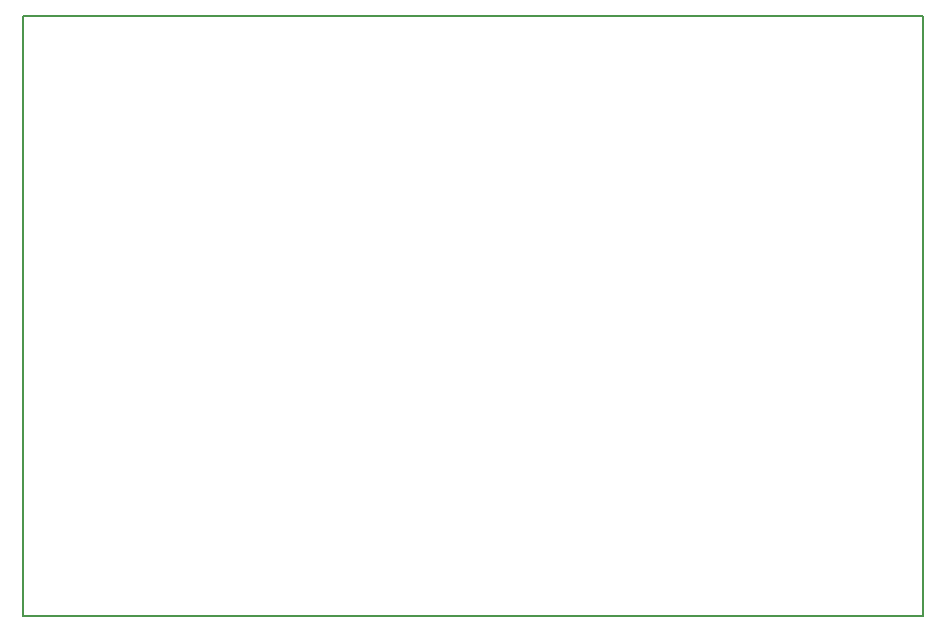
<source format=gbr>
G04 #@! TF.GenerationSoftware,KiCad,Pcbnew,(5.0.2)-1*
G04 #@! TF.CreationDate,2019-04-12T09:41:04-04:00*
G04 #@! TF.ProjectId,CAT Controller,43415420-436f-46e7-9472-6f6c6c65722e,rev?*
G04 #@! TF.SameCoordinates,Original*
G04 #@! TF.FileFunction,Profile,NP*
%FSLAX46Y46*%
G04 Gerber Fmt 4.6, Leading zero omitted, Abs format (unit mm)*
G04 Created by KiCad (PCBNEW (5.0.2)-1) date 4/12/2019 9:41:04 AM*
%MOMM*%
%LPD*%
G01*
G04 APERTURE LIST*
%ADD10C,0.150000*%
G04 APERTURE END LIST*
D10*
X55880000Y-78740000D02*
X55880000Y-27940000D01*
X132080000Y-78740000D02*
X55880000Y-78740000D01*
X132080000Y-27940000D02*
X132080000Y-78740000D01*
X55880000Y-27940000D02*
X132080000Y-27940000D01*
M02*

</source>
